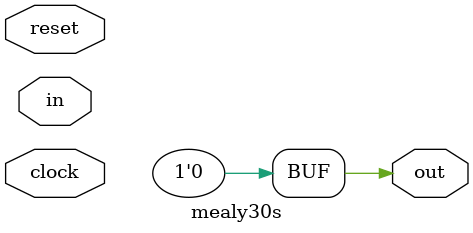
<source format=v>
module mealy30s(out,in,clock,reset); // port declarition 
output out;
reg out; // output defined as reg 
input in,clock,reset;
reg[2:0] pstate, nstate; // reg to store the states
parameter s0=4'b000, s1=4'b001, s2=4'b010; // 3 bits for Mealy 

always @(posedge clock) // always block to implemrnt the stste logic accroding to stste diagram

if (reset)
pstate=s0; 
else
pstate=nstate;

always @(pstate or in) // output depends on both input and previous state
case (pstate)

s0: begin
if(~in) begin 
nstate=s1;
out<=1'b0; // in every case now we will send out output 
end
else begin 
nstate=s0;
out<=1'b0;
end
end

s1: begin
if(~in) begin 
nstate=s2;
out<=1'b0;
end
else begin 
nstate=s0;
out<=1'b0;
end
end

s2: begin
if(~in) begin 
nstate=s0;
out<=1'b1;
end
else begin 
nstate=s2;
out<=1'b0;
end
end


    

default: begin
nstate=s0;
out<=1'b0;
end
endcase

always @(pstate)
  if(out)begin 
    out=2'b11;
  end
  else begin
    out=1'b0;
  end
  
endmodule



</source>
